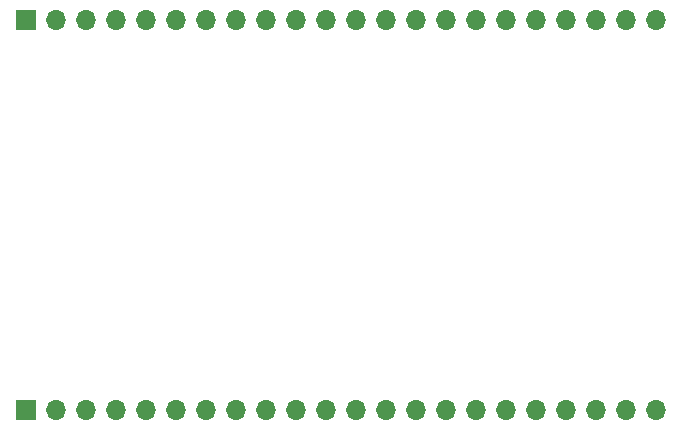
<source format=gtl>
G04 #@! TF.GenerationSoftware,KiCad,Pcbnew,5.1.4-e60b266~84~ubuntu18.04.1*
G04 #@! TF.CreationDate,2019-09-22T16:17:36+02:00*
G04 #@! TF.ProjectId,Mezz2,4d657a7a-322e-46b6-9963-61645f706362,2*
G04 #@! TF.SameCoordinates,Original*
G04 #@! TF.FileFunction,Copper,L1,Top*
G04 #@! TF.FilePolarity,Positive*
%FSLAX46Y46*%
G04 Gerber Fmt 4.6, Leading zero omitted, Abs format (unit mm)*
G04 Created by KiCad (PCBNEW 5.1.4-e60b266~84~ubuntu18.04.1) date 2019-09-22 16:17:36*
%MOMM*%
%LPD*%
G04 APERTURE LIST*
%ADD10O,1.700000X1.700000*%
%ADD11R,1.700000X1.700000*%
G04 APERTURE END LIST*
D10*
X126140000Y-78610000D03*
X123600000Y-78610000D03*
X121060000Y-78610000D03*
X118520000Y-78610000D03*
X115980000Y-78610000D03*
X113440000Y-78610000D03*
X110900000Y-78610000D03*
X108360000Y-78610000D03*
X105820000Y-78610000D03*
X103280000Y-78610000D03*
X100740000Y-78610000D03*
X98200000Y-78610000D03*
X95660000Y-78610000D03*
X93120000Y-78610000D03*
X90580000Y-78610000D03*
X88040000Y-78610000D03*
X85500000Y-78610000D03*
X82960000Y-78610000D03*
X80420000Y-78610000D03*
X77880000Y-78610000D03*
X75340000Y-78610000D03*
D11*
X72800000Y-78610000D03*
X72800000Y-111630000D03*
D10*
X75340000Y-111630000D03*
X77880000Y-111630000D03*
X80420000Y-111630000D03*
X82960000Y-111630000D03*
X85500000Y-111630000D03*
X88040000Y-111630000D03*
X90580000Y-111630000D03*
X93120000Y-111630000D03*
X95660000Y-111630000D03*
X98200000Y-111630000D03*
X100740000Y-111630000D03*
X103280000Y-111630000D03*
X105820000Y-111630000D03*
X108360000Y-111630000D03*
X110900000Y-111630000D03*
X113440000Y-111630000D03*
X115980000Y-111630000D03*
X118520000Y-111630000D03*
X121060000Y-111630000D03*
X123600000Y-111630000D03*
X126140000Y-111630000D03*
M02*

</source>
